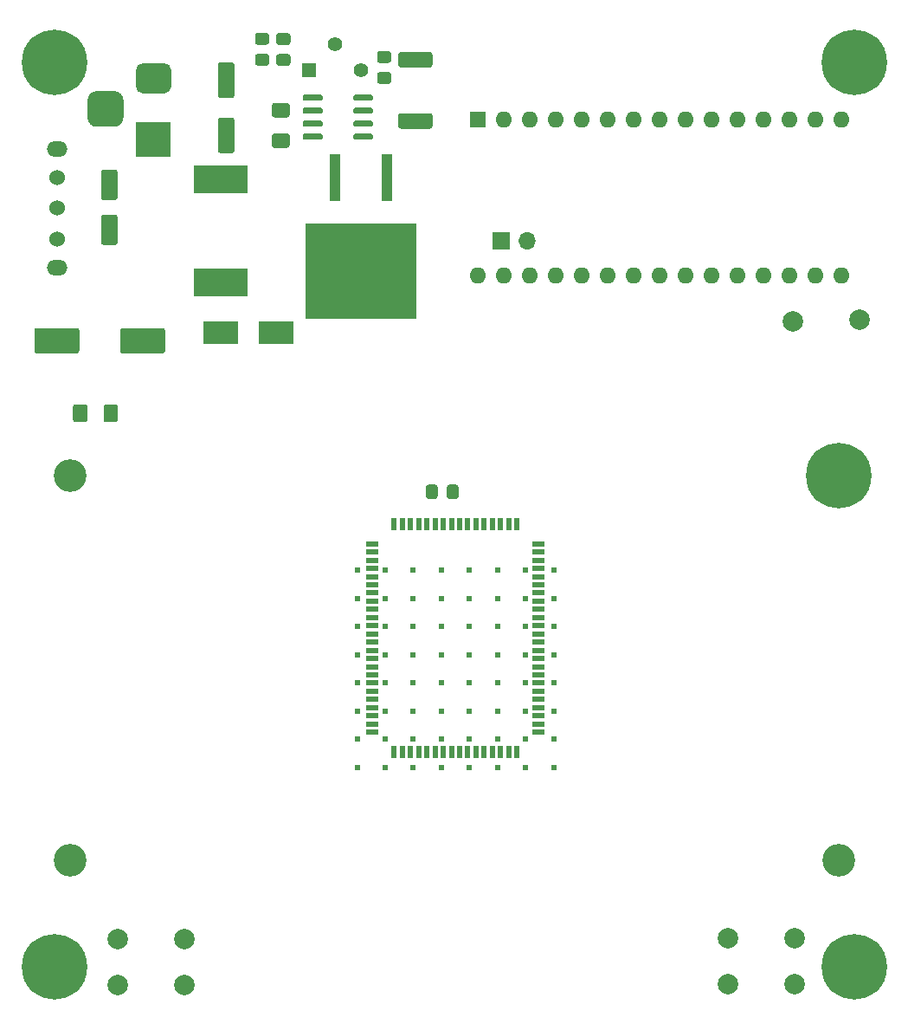
<source format=gbr>
G04 #@! TF.GenerationSoftware,KiCad,Pcbnew,5.1.6-c6e7f7d~86~ubuntu19.10.1*
G04 #@! TF.CreationDate,2020-05-21T12:39:08+02:00*
G04 #@! TF.ProjectId,MicroDroplet,4d696372-6f44-4726-9f70-6c65742e6b69,rev?*
G04 #@! TF.SameCoordinates,Original*
G04 #@! TF.FileFunction,Soldermask,Bot*
G04 #@! TF.FilePolarity,Negative*
%FSLAX46Y46*%
G04 Gerber Fmt 4.6, Leading zero omitted, Abs format (unit mm)*
G04 Created by KiCad (PCBNEW 5.1.6-c6e7f7d~86~ubuntu19.10.1) date 2020-05-21 12:39:08*
%MOMM*%
%LPD*%
G01*
G04 APERTURE LIST*
%ADD10C,2.000000*%
%ADD11O,1.700000X1.700000*%
%ADD12R,1.700000X1.700000*%
%ADD13R,3.500000X2.300000*%
%ADD14R,10.800000X9.400000*%
%ADD15R,1.100000X4.600000*%
%ADD16C,3.200000*%
%ADD17C,6.400000*%
%ADD18O,1.600000X1.600000*%
%ADD19R,1.600000X1.600000*%
%ADD20R,0.500000X1.300000*%
%ADD21R,1.300000X0.500000*%
%ADD22O,2.000000X1.524000*%
%ADD23C,1.524000*%
%ADD24C,1.400000*%
%ADD25R,1.400000X1.400000*%
%ADD26R,5.300000X2.800000*%
%ADD27R,3.500000X3.500000*%
%ADD28C,0.604800*%
G04 APERTURE END LIST*
D10*
X162179000Y-102235000D03*
D11*
X136144000Y-94361000D03*
D12*
X133604000Y-94361000D03*
G36*
G01*
X92352000Y-103167000D02*
X92352000Y-105167000D01*
G75*
G02*
X92102000Y-105417000I-250000J0D01*
G01*
X88202000Y-105417000D01*
G75*
G02*
X87952000Y-105167000I0J250000D01*
G01*
X87952000Y-103167000D01*
G75*
G02*
X88202000Y-102917000I250000J0D01*
G01*
X92102000Y-102917000D01*
G75*
G02*
X92352000Y-103167000I0J-250000D01*
G01*
G37*
G36*
G01*
X100752000Y-103167000D02*
X100752000Y-105167000D01*
G75*
G02*
X100502000Y-105417000I-250000J0D01*
G01*
X96602000Y-105417000D01*
G75*
G02*
X96352000Y-105167000I0J250000D01*
G01*
X96352000Y-103167000D01*
G75*
G02*
X96602000Y-102917000I250000J0D01*
G01*
X100502000Y-102917000D01*
G75*
G02*
X100752000Y-103167000I0J-250000D01*
G01*
G37*
G36*
G01*
X107278000Y-80451000D02*
X106178000Y-80451000D01*
G75*
G02*
X105928000Y-80201000I0J250000D01*
G01*
X105928000Y-77201000D01*
G75*
G02*
X106178000Y-76951000I250000J0D01*
G01*
X107278000Y-76951000D01*
G75*
G02*
X107528000Y-77201000I0J-250000D01*
G01*
X107528000Y-80201000D01*
G75*
G02*
X107278000Y-80451000I-250000J0D01*
G01*
G37*
G36*
G01*
X107278000Y-85851000D02*
X106178000Y-85851000D01*
G75*
G02*
X105928000Y-85601000I0J250000D01*
G01*
X105928000Y-82601000D01*
G75*
G02*
X106178000Y-82351000I250000J0D01*
G01*
X107278000Y-82351000D01*
G75*
G02*
X107528000Y-82601000I0J-250000D01*
G01*
X107528000Y-85601000D01*
G75*
G02*
X107278000Y-85851000I-250000J0D01*
G01*
G37*
G36*
G01*
X112766001Y-75251000D02*
X111865999Y-75251000D01*
G75*
G02*
X111616000Y-75001001I0J249999D01*
G01*
X111616000Y-74350999D01*
G75*
G02*
X111865999Y-74101000I249999J0D01*
G01*
X112766001Y-74101000D01*
G75*
G02*
X113016000Y-74350999I0J-249999D01*
G01*
X113016000Y-75001001D01*
G75*
G02*
X112766001Y-75251000I-249999J0D01*
G01*
G37*
G36*
G01*
X112766001Y-77301000D02*
X111865999Y-77301000D01*
G75*
G02*
X111616000Y-77051001I0J249999D01*
G01*
X111616000Y-76400999D01*
G75*
G02*
X111865999Y-76151000I249999J0D01*
G01*
X112766001Y-76151000D01*
G75*
G02*
X113016000Y-76400999I0J-249999D01*
G01*
X113016000Y-77051001D01*
G75*
G02*
X112766001Y-77301000I-249999J0D01*
G01*
G37*
D13*
X111572000Y-103378000D03*
X106172000Y-103378000D03*
D14*
X119888000Y-97355000D03*
D15*
X122428000Y-88205000D03*
X117348000Y-88205000D03*
D10*
X168656000Y-102108000D03*
D16*
X166624000Y-154940000D03*
G36*
G01*
X119150000Y-84378000D02*
X119150000Y-84078000D01*
G75*
G02*
X119300000Y-83928000I150000J0D01*
G01*
X120950000Y-83928000D01*
G75*
G02*
X121100000Y-84078000I0J-150000D01*
G01*
X121100000Y-84378000D01*
G75*
G02*
X120950000Y-84528000I-150000J0D01*
G01*
X119300000Y-84528000D01*
G75*
G02*
X119150000Y-84378000I0J150000D01*
G01*
G37*
G36*
G01*
X119150000Y-83108000D02*
X119150000Y-82808000D01*
G75*
G02*
X119300000Y-82658000I150000J0D01*
G01*
X120950000Y-82658000D01*
G75*
G02*
X121100000Y-82808000I0J-150000D01*
G01*
X121100000Y-83108000D01*
G75*
G02*
X120950000Y-83258000I-150000J0D01*
G01*
X119300000Y-83258000D01*
G75*
G02*
X119150000Y-83108000I0J150000D01*
G01*
G37*
G36*
G01*
X119150000Y-81838000D02*
X119150000Y-81538000D01*
G75*
G02*
X119300000Y-81388000I150000J0D01*
G01*
X120950000Y-81388000D01*
G75*
G02*
X121100000Y-81538000I0J-150000D01*
G01*
X121100000Y-81838000D01*
G75*
G02*
X120950000Y-81988000I-150000J0D01*
G01*
X119300000Y-81988000D01*
G75*
G02*
X119150000Y-81838000I0J150000D01*
G01*
G37*
G36*
G01*
X119150000Y-80568000D02*
X119150000Y-80268000D01*
G75*
G02*
X119300000Y-80118000I150000J0D01*
G01*
X120950000Y-80118000D01*
G75*
G02*
X121100000Y-80268000I0J-150000D01*
G01*
X121100000Y-80568000D01*
G75*
G02*
X120950000Y-80718000I-150000J0D01*
G01*
X119300000Y-80718000D01*
G75*
G02*
X119150000Y-80568000I0J150000D01*
G01*
G37*
G36*
G01*
X114200000Y-80568000D02*
X114200000Y-80268000D01*
G75*
G02*
X114350000Y-80118000I150000J0D01*
G01*
X116000000Y-80118000D01*
G75*
G02*
X116150000Y-80268000I0J-150000D01*
G01*
X116150000Y-80568000D01*
G75*
G02*
X116000000Y-80718000I-150000J0D01*
G01*
X114350000Y-80718000D01*
G75*
G02*
X114200000Y-80568000I0J150000D01*
G01*
G37*
G36*
G01*
X114200000Y-81838000D02*
X114200000Y-81538000D01*
G75*
G02*
X114350000Y-81388000I150000J0D01*
G01*
X116000000Y-81388000D01*
G75*
G02*
X116150000Y-81538000I0J-150000D01*
G01*
X116150000Y-81838000D01*
G75*
G02*
X116000000Y-81988000I-150000J0D01*
G01*
X114350000Y-81988000D01*
G75*
G02*
X114200000Y-81838000I0J150000D01*
G01*
G37*
G36*
G01*
X114200000Y-83108000D02*
X114200000Y-82808000D01*
G75*
G02*
X114350000Y-82658000I150000J0D01*
G01*
X116000000Y-82658000D01*
G75*
G02*
X116150000Y-82808000I0J-150000D01*
G01*
X116150000Y-83108000D01*
G75*
G02*
X116000000Y-83258000I-150000J0D01*
G01*
X114350000Y-83258000D01*
G75*
G02*
X114200000Y-83108000I0J150000D01*
G01*
G37*
G36*
G01*
X114200000Y-84378000D02*
X114200000Y-84078000D01*
G75*
G02*
X114350000Y-83928000I150000J0D01*
G01*
X116000000Y-83928000D01*
G75*
G02*
X116150000Y-84078000I0J-150000D01*
G01*
X116150000Y-84378000D01*
G75*
G02*
X116000000Y-84528000I-150000J0D01*
G01*
X114350000Y-84528000D01*
G75*
G02*
X114200000Y-84378000I0J150000D01*
G01*
G37*
D17*
X168148000Y-165354000D03*
X89916000Y-165354000D03*
X168148000Y-76962000D03*
X89916000Y-76962000D03*
X166624000Y-117348000D03*
D18*
X166878000Y-97790000D03*
X166878000Y-82550000D03*
X131318000Y-97790000D03*
X164338000Y-82550000D03*
X133858000Y-97790000D03*
X161798000Y-82550000D03*
X136398000Y-97790000D03*
X159258000Y-82550000D03*
X138938000Y-97790000D03*
X156718000Y-82550000D03*
X141478000Y-97790000D03*
X154178000Y-82550000D03*
X144018000Y-97790000D03*
X151638000Y-82550000D03*
X146558000Y-97790000D03*
X149098000Y-82550000D03*
X149098000Y-97790000D03*
X146558000Y-82550000D03*
X151638000Y-97790000D03*
X144018000Y-82550000D03*
X154178000Y-97790000D03*
X141478000Y-82550000D03*
X156718000Y-97790000D03*
X138938000Y-82550000D03*
X159258000Y-97790000D03*
X136398000Y-82550000D03*
X161798000Y-97790000D03*
X133858000Y-82550000D03*
X164338000Y-97790000D03*
D19*
X131318000Y-82550000D03*
G36*
G01*
X94748000Y-91827000D02*
X95848000Y-91827000D01*
G75*
G02*
X96098000Y-92077000I0J-250000D01*
G01*
X96098000Y-94577000D01*
G75*
G02*
X95848000Y-94827000I-250000J0D01*
G01*
X94748000Y-94827000D01*
G75*
G02*
X94498000Y-94577000I0J250000D01*
G01*
X94498000Y-92077000D01*
G75*
G02*
X94748000Y-91827000I250000J0D01*
G01*
G37*
G36*
G01*
X94748000Y-87427000D02*
X95848000Y-87427000D01*
G75*
G02*
X96098000Y-87677000I0J-250000D01*
G01*
X96098000Y-90177000D01*
G75*
G02*
X95848000Y-90427000I-250000J0D01*
G01*
X94748000Y-90427000D01*
G75*
G02*
X94498000Y-90177000I0J250000D01*
G01*
X94498000Y-87677000D01*
G75*
G02*
X94748000Y-87427000I250000J0D01*
G01*
G37*
D20*
X123154000Y-144363000D03*
X123954000Y-144363000D03*
X124754000Y-144363000D03*
X125554000Y-144363000D03*
X126354000Y-144363000D03*
X127154000Y-144363000D03*
X127954000Y-144363000D03*
X128754000Y-144363000D03*
X129554000Y-144363000D03*
X130354000Y-144363000D03*
X131154000Y-144363000D03*
X131954000Y-144363000D03*
X132754000Y-144363000D03*
X133554000Y-144363000D03*
X134354000Y-144363000D03*
X135154000Y-144363000D03*
D21*
X137304000Y-142413000D03*
X137304000Y-141613000D03*
X137304000Y-140813000D03*
X137304000Y-140013000D03*
X137304000Y-139213000D03*
X137304000Y-138413000D03*
X137304000Y-137613000D03*
X137304000Y-136813000D03*
X137304000Y-136013000D03*
X137304000Y-135213000D03*
X137304000Y-134413000D03*
X137304000Y-133613000D03*
X137304000Y-132813000D03*
X137304000Y-132013000D03*
X137304000Y-131213000D03*
X137304000Y-130413000D03*
X137304000Y-129613000D03*
X137304000Y-128813000D03*
X137304000Y-128013000D03*
X137304000Y-127213000D03*
X137304000Y-126413000D03*
X137304000Y-125613000D03*
X137304000Y-124813000D03*
X137304000Y-124013000D03*
D20*
X135154000Y-122063000D03*
X134354000Y-122063000D03*
X133554000Y-122063000D03*
X132754000Y-122063000D03*
X131954000Y-122063000D03*
X131154000Y-122063000D03*
X130354000Y-122063000D03*
X129554000Y-122063000D03*
X128754000Y-122063000D03*
X127954000Y-122063000D03*
X127154000Y-122063000D03*
X126354000Y-122063000D03*
X125554000Y-122063000D03*
X124754000Y-122063000D03*
X123954000Y-122063000D03*
X123154000Y-122063000D03*
D21*
X121004000Y-124013000D03*
X121004000Y-124813000D03*
X121004000Y-125613000D03*
X121004000Y-126413000D03*
X121004000Y-127213000D03*
X121004000Y-128013000D03*
X121004000Y-128813000D03*
X121004000Y-129613000D03*
X121004000Y-130413000D03*
X121004000Y-131213000D03*
X121004000Y-132013000D03*
X121004000Y-132813000D03*
X121004000Y-133613000D03*
X121004000Y-134413000D03*
X121004000Y-135213000D03*
X121004000Y-136013000D03*
X121004000Y-136813000D03*
X121004000Y-137613000D03*
X121004000Y-138413000D03*
X121004000Y-139213000D03*
X121004000Y-140013000D03*
X121004000Y-140813000D03*
X121004000Y-141613000D03*
X121004000Y-142413000D03*
D22*
X90218000Y-85413000D03*
X90218000Y-97013000D03*
D23*
X90218000Y-88213000D03*
X90218000Y-94213000D03*
X90218000Y-91213000D03*
D10*
X162306000Y-162560000D03*
X162306000Y-167060000D03*
X155806000Y-162560000D03*
X155806000Y-167060000D03*
X102616000Y-162632000D03*
X102616000Y-167132000D03*
X96116000Y-162632000D03*
X96116000Y-167132000D03*
G36*
G01*
X126647001Y-83445500D02*
X123796999Y-83445500D01*
G75*
G02*
X123547000Y-83195501I0J249999D01*
G01*
X123547000Y-82170499D01*
G75*
G02*
X123796999Y-81920500I249999J0D01*
G01*
X126647001Y-81920500D01*
G75*
G02*
X126897000Y-82170499I0J-249999D01*
G01*
X126897000Y-83195501D01*
G75*
G02*
X126647001Y-83445500I-249999J0D01*
G01*
G37*
G36*
G01*
X126647001Y-77470500D02*
X123796999Y-77470500D01*
G75*
G02*
X123547000Y-77220501I0J249999D01*
G01*
X123547000Y-76195499D01*
G75*
G02*
X123796999Y-75945500I249999J0D01*
G01*
X126647001Y-75945500D01*
G75*
G02*
X126897000Y-76195499I0J-249999D01*
G01*
X126897000Y-77220501D01*
G75*
G02*
X126647001Y-77470500I-249999J0D01*
G01*
G37*
G36*
G01*
X112687000Y-82346500D02*
X111437000Y-82346500D01*
G75*
G02*
X111187000Y-82096500I0J250000D01*
G01*
X111187000Y-81171500D01*
G75*
G02*
X111437000Y-80921500I250000J0D01*
G01*
X112687000Y-80921500D01*
G75*
G02*
X112937000Y-81171500I0J-250000D01*
G01*
X112937000Y-82096500D01*
G75*
G02*
X112687000Y-82346500I-250000J0D01*
G01*
G37*
G36*
G01*
X112687000Y-85321500D02*
X111437000Y-85321500D01*
G75*
G02*
X111187000Y-85071500I0J250000D01*
G01*
X111187000Y-84146500D01*
G75*
G02*
X111437000Y-83896500I250000J0D01*
G01*
X112687000Y-83896500D01*
G75*
G02*
X112937000Y-84146500I0J-250000D01*
G01*
X112937000Y-85071500D01*
G75*
G02*
X112687000Y-85321500I-250000J0D01*
G01*
G37*
D24*
X117396000Y-75211000D03*
X119936000Y-77751000D03*
D25*
X114856000Y-77751000D03*
D16*
X91440000Y-117348000D03*
X91440000Y-154940000D03*
D26*
X106172000Y-88392000D03*
X106172000Y-98492000D03*
G36*
G01*
X94041000Y-79763000D02*
X95791000Y-79763000D01*
G75*
G02*
X96666000Y-80638000I0J-875000D01*
G01*
X96666000Y-82388000D01*
G75*
G02*
X95791000Y-83263000I-875000J0D01*
G01*
X94041000Y-83263000D01*
G75*
G02*
X93166000Y-82388000I0J875000D01*
G01*
X93166000Y-80638000D01*
G75*
G02*
X94041000Y-79763000I875000J0D01*
G01*
G37*
G36*
G01*
X98616000Y-77013000D02*
X100616000Y-77013000D01*
G75*
G02*
X101366000Y-77763000I0J-750000D01*
G01*
X101366000Y-79263000D01*
G75*
G02*
X100616000Y-80013000I-750000J0D01*
G01*
X98616000Y-80013000D01*
G75*
G02*
X97866000Y-79263000I0J750000D01*
G01*
X97866000Y-77763000D01*
G75*
G02*
X98616000Y-77013000I750000J0D01*
G01*
G37*
D27*
X99616000Y-84513000D03*
D28*
X119527000Y-145864000D03*
X119527000Y-143114000D03*
X119527000Y-140364000D03*
X119527000Y-137614000D03*
X119527000Y-134864000D03*
X119527000Y-132114000D03*
X119527000Y-129364000D03*
X119527000Y-126614000D03*
X122277000Y-145864000D03*
X122277000Y-143114000D03*
X122277000Y-140364000D03*
X122277000Y-137614000D03*
X122277000Y-134864000D03*
X122277000Y-132114000D03*
X122277000Y-129364000D03*
X122277000Y-126614000D03*
X125027000Y-145864000D03*
X125027000Y-143114000D03*
X125027000Y-140364000D03*
X125027000Y-137614000D03*
X125027000Y-134864000D03*
X125027000Y-132114000D03*
X125027000Y-129364000D03*
X125027000Y-126614000D03*
X127777000Y-145864000D03*
X127777000Y-143114000D03*
X127777000Y-140364000D03*
X127777000Y-137614000D03*
X127777000Y-134864000D03*
X127777000Y-132114000D03*
X127777000Y-129364000D03*
X127777000Y-126614000D03*
X130527000Y-145864000D03*
X130527000Y-143114000D03*
X130527000Y-140364000D03*
X130527000Y-137614000D03*
X130527000Y-134864000D03*
X130527000Y-132114000D03*
X130527000Y-129364000D03*
X130527000Y-126614000D03*
X133277000Y-145864000D03*
X133277000Y-143114000D03*
X133277000Y-140364000D03*
X133277000Y-137614000D03*
X133277000Y-134864000D03*
X133277000Y-132114000D03*
X133277000Y-129364000D03*
X133277000Y-126614000D03*
X136027000Y-145864000D03*
X136027000Y-143114000D03*
X136027000Y-140364000D03*
X136027000Y-137614000D03*
X136027000Y-134864000D03*
X136027000Y-132114000D03*
X136027000Y-129364000D03*
X136027000Y-126614000D03*
X138777000Y-145864000D03*
X138777000Y-143114000D03*
X138777000Y-140364000D03*
X138777000Y-137614000D03*
X138777000Y-134864000D03*
X138777000Y-132114000D03*
X138777000Y-129364000D03*
X138777000Y-126614000D03*
G36*
G01*
X93168500Y-110627000D02*
X93168500Y-111877000D01*
G75*
G02*
X92918500Y-112127000I-250000J0D01*
G01*
X91993500Y-112127000D01*
G75*
G02*
X91743500Y-111877000I0J250000D01*
G01*
X91743500Y-110627000D01*
G75*
G02*
X91993500Y-110377000I250000J0D01*
G01*
X92918500Y-110377000D01*
G75*
G02*
X93168500Y-110627000I0J-250000D01*
G01*
G37*
G36*
G01*
X96143500Y-110627000D02*
X96143500Y-111877000D01*
G75*
G02*
X95893500Y-112127000I-250000J0D01*
G01*
X94968500Y-112127000D01*
G75*
G02*
X94718500Y-111877000I0J250000D01*
G01*
X94718500Y-110627000D01*
G75*
G02*
X94968500Y-110377000I250000J0D01*
G01*
X95893500Y-110377000D01*
G75*
G02*
X96143500Y-110627000I0J-250000D01*
G01*
G37*
G36*
G01*
X122624001Y-77011000D02*
X121723999Y-77011000D01*
G75*
G02*
X121474000Y-76761001I0J249999D01*
G01*
X121474000Y-76110999D01*
G75*
G02*
X121723999Y-75861000I249999J0D01*
G01*
X122624001Y-75861000D01*
G75*
G02*
X122874000Y-76110999I0J-249999D01*
G01*
X122874000Y-76761001D01*
G75*
G02*
X122624001Y-77011000I-249999J0D01*
G01*
G37*
G36*
G01*
X122624001Y-79061000D02*
X121723999Y-79061000D01*
G75*
G02*
X121474000Y-78811001I0J249999D01*
G01*
X121474000Y-78160999D01*
G75*
G02*
X121723999Y-77911000I249999J0D01*
G01*
X122624001Y-77911000D01*
G75*
G02*
X122874000Y-78160999I0J-249999D01*
G01*
X122874000Y-78811001D01*
G75*
G02*
X122624001Y-79061000I-249999J0D01*
G01*
G37*
G36*
G01*
X110686001Y-75233000D02*
X109785999Y-75233000D01*
G75*
G02*
X109536000Y-74983001I0J249999D01*
G01*
X109536000Y-74332999D01*
G75*
G02*
X109785999Y-74083000I249999J0D01*
G01*
X110686001Y-74083000D01*
G75*
G02*
X110936000Y-74332999I0J-249999D01*
G01*
X110936000Y-74983001D01*
G75*
G02*
X110686001Y-75233000I-249999J0D01*
G01*
G37*
G36*
G01*
X110686001Y-77283000D02*
X109785999Y-77283000D01*
G75*
G02*
X109536000Y-77033001I0J249999D01*
G01*
X109536000Y-76382999D01*
G75*
G02*
X109785999Y-76133000I249999J0D01*
G01*
X110686001Y-76133000D01*
G75*
G02*
X110936000Y-76382999I0J-249999D01*
G01*
X110936000Y-77033001D01*
G75*
G02*
X110686001Y-77283000I-249999J0D01*
G01*
G37*
G36*
G01*
X128303000Y-119370001D02*
X128303000Y-118469999D01*
G75*
G02*
X128552999Y-118220000I249999J0D01*
G01*
X129203001Y-118220000D01*
G75*
G02*
X129453000Y-118469999I0J-249999D01*
G01*
X129453000Y-119370001D01*
G75*
G02*
X129203001Y-119620000I-249999J0D01*
G01*
X128552999Y-119620000D01*
G75*
G02*
X128303000Y-119370001I0J249999D01*
G01*
G37*
G36*
G01*
X126253000Y-119370001D02*
X126253000Y-118469999D01*
G75*
G02*
X126502999Y-118220000I249999J0D01*
G01*
X127153001Y-118220000D01*
G75*
G02*
X127403000Y-118469999I0J-249999D01*
G01*
X127403000Y-119370001D01*
G75*
G02*
X127153001Y-119620000I-249999J0D01*
G01*
X126502999Y-119620000D01*
G75*
G02*
X126253000Y-119370001I0J249999D01*
G01*
G37*
M02*

</source>
